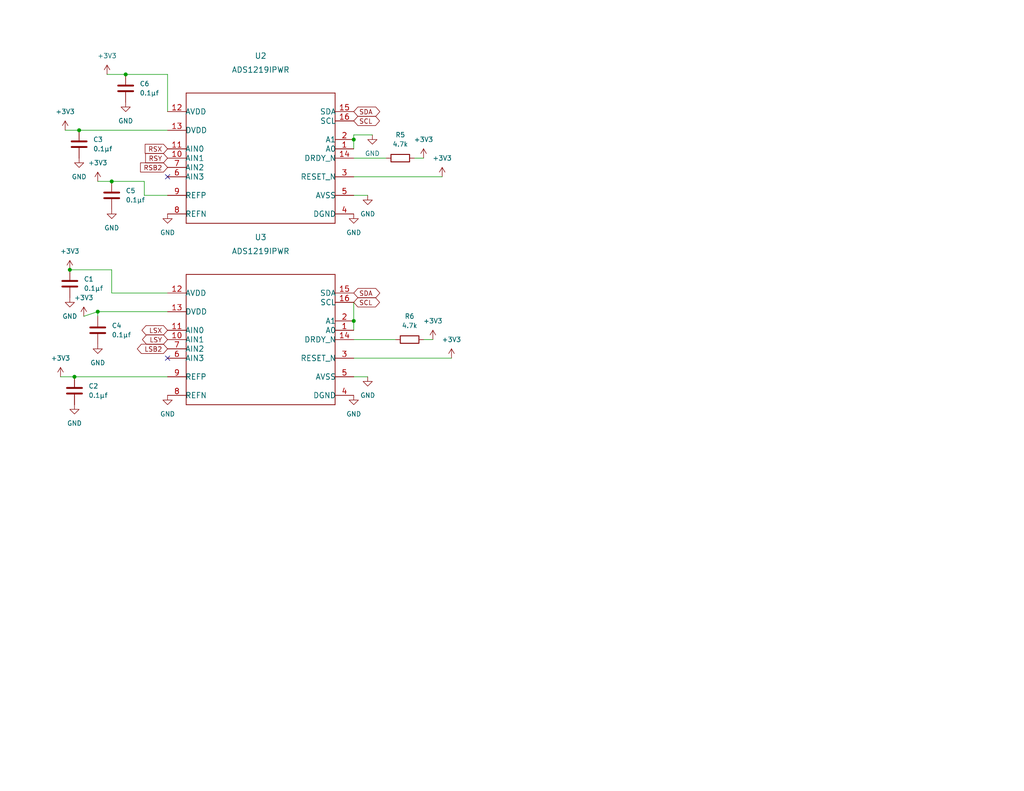
<source format=kicad_sch>
(kicad_sch (version 20211123) (generator eeschema)

  (uuid 9c528416-5111-471a-ab7c-a16f388a3fcf)

  (paper "A")

  (lib_symbols
    (symbol "Device:C" (pin_numbers hide) (pin_names (offset 0.254)) (in_bom yes) (on_board yes)
      (property "Reference" "C" (id 0) (at 0.635 2.54 0)
        (effects (font (size 1.27 1.27)) (justify left))
      )
      (property "Value" "C" (id 1) (at 0.635 -2.54 0)
        (effects (font (size 1.27 1.27)) (justify left))
      )
      (property "Footprint" "" (id 2) (at 0.9652 -3.81 0)
        (effects (font (size 1.27 1.27)) hide)
      )
      (property "Datasheet" "~" (id 3) (at 0 0 0)
        (effects (font (size 1.27 1.27)) hide)
      )
      (property "ki_keywords" "cap capacitor" (id 4) (at 0 0 0)
        (effects (font (size 1.27 1.27)) hide)
      )
      (property "ki_description" "Unpolarized capacitor" (id 5) (at 0 0 0)
        (effects (font (size 1.27 1.27)) hide)
      )
      (property "ki_fp_filters" "C_*" (id 6) (at 0 0 0)
        (effects (font (size 1.27 1.27)) hide)
      )
      (symbol "C_0_1"
        (polyline
          (pts
            (xy -2.032 -0.762)
            (xy 2.032 -0.762)
          )
          (stroke (width 0.508) (type default) (color 0 0 0 0))
          (fill (type none))
        )
        (polyline
          (pts
            (xy -2.032 0.762)
            (xy 2.032 0.762)
          )
          (stroke (width 0.508) (type default) (color 0 0 0 0))
          (fill (type none))
        )
      )
      (symbol "C_1_1"
        (pin passive line (at 0 3.81 270) (length 2.794)
          (name "~" (effects (font (size 1.27 1.27))))
          (number "1" (effects (font (size 1.27 1.27))))
        )
        (pin passive line (at 0 -3.81 90) (length 2.794)
          (name "~" (effects (font (size 1.27 1.27))))
          (number "2" (effects (font (size 1.27 1.27))))
        )
      )
    )
    (symbol "Device:R" (pin_numbers hide) (pin_names (offset 0)) (in_bom yes) (on_board yes)
      (property "Reference" "R" (id 0) (at 2.032 0 90)
        (effects (font (size 1.27 1.27)))
      )
      (property "Value" "R" (id 1) (at 0 0 90)
        (effects (font (size 1.27 1.27)))
      )
      (property "Footprint" "" (id 2) (at -1.778 0 90)
        (effects (font (size 1.27 1.27)) hide)
      )
      (property "Datasheet" "~" (id 3) (at 0 0 0)
        (effects (font (size 1.27 1.27)) hide)
      )
      (property "ki_keywords" "R res resistor" (id 4) (at 0 0 0)
        (effects (font (size 1.27 1.27)) hide)
      )
      (property "ki_description" "Resistor" (id 5) (at 0 0 0)
        (effects (font (size 1.27 1.27)) hide)
      )
      (property "ki_fp_filters" "R_*" (id 6) (at 0 0 0)
        (effects (font (size 1.27 1.27)) hide)
      )
      (symbol "R_0_1"
        (rectangle (start -1.016 -2.54) (end 1.016 2.54)
          (stroke (width 0.254) (type default) (color 0 0 0 0))
          (fill (type none))
        )
      )
      (symbol "R_1_1"
        (pin passive line (at 0 3.81 270) (length 1.27)
          (name "~" (effects (font (size 1.27 1.27))))
          (number "1" (effects (font (size 1.27 1.27))))
        )
        (pin passive line (at 0 -3.81 90) (length 1.27)
          (name "~" (effects (font (size 1.27 1.27))))
          (number "2" (effects (font (size 1.27 1.27))))
        )
      )
    )
    (symbol "power:+3.3V" (power) (pin_names (offset 0)) (in_bom yes) (on_board yes)
      (property "Reference" "#PWR" (id 0) (at 0 -3.81 0)
        (effects (font (size 1.27 1.27)) hide)
      )
      (property "Value" "+3.3V" (id 1) (at 0 3.556 0)
        (effects (font (size 1.27 1.27)))
      )
      (property "Footprint" "" (id 2) (at 0 0 0)
        (effects (font (size 1.27 1.27)) hide)
      )
      (property "Datasheet" "" (id 3) (at 0 0 0)
        (effects (font (size 1.27 1.27)) hide)
      )
      (property "ki_keywords" "power-flag" (id 4) (at 0 0 0)
        (effects (font (size 1.27 1.27)) hide)
      )
      (property "ki_description" "Power symbol creates a global label with name \"+3.3V\"" (id 5) (at 0 0 0)
        (effects (font (size 1.27 1.27)) hide)
      )
      (symbol "+3.3V_0_1"
        (polyline
          (pts
            (xy -0.762 1.27)
            (xy 0 2.54)
          )
          (stroke (width 0) (type default) (color 0 0 0 0))
          (fill (type none))
        )
        (polyline
          (pts
            (xy 0 0)
            (xy 0 2.54)
          )
          (stroke (width 0) (type default) (color 0 0 0 0))
          (fill (type none))
        )
        (polyline
          (pts
            (xy 0 2.54)
            (xy 0.762 1.27)
          )
          (stroke (width 0) (type default) (color 0 0 0 0))
          (fill (type none))
        )
      )
      (symbol "+3.3V_1_1"
        (pin power_in line (at 0 0 90) (length 0) hide
          (name "+3V3" (effects (font (size 1.27 1.27))))
          (number "1" (effects (font (size 1.27 1.27))))
        )
      )
    )
    (symbol "power:GND" (power) (pin_names (offset 0)) (in_bom yes) (on_board yes)
      (property "Reference" "#PWR" (id 0) (at 0 -6.35 0)
        (effects (font (size 1.27 1.27)) hide)
      )
      (property "Value" "GND" (id 1) (at 0 -3.81 0)
        (effects (font (size 1.27 1.27)))
      )
      (property "Footprint" "" (id 2) (at 0 0 0)
        (effects (font (size 1.27 1.27)) hide)
      )
      (property "Datasheet" "" (id 3) (at 0 0 0)
        (effects (font (size 1.27 1.27)) hide)
      )
      (property "ki_keywords" "power-flag" (id 4) (at 0 0 0)
        (effects (font (size 1.27 1.27)) hide)
      )
      (property "ki_description" "Power symbol creates a global label with name \"GND\" , ground" (id 5) (at 0 0 0)
        (effects (font (size 1.27 1.27)) hide)
      )
      (symbol "GND_0_1"
        (polyline
          (pts
            (xy 0 0)
            (xy 0 -1.27)
            (xy 1.27 -1.27)
            (xy 0 -2.54)
            (xy -1.27 -1.27)
            (xy 0 -1.27)
          )
          (stroke (width 0) (type default) (color 0 0 0 0))
          (fill (type none))
        )
      )
      (symbol "GND_1_1"
        (pin power_in line (at 0 0 270) (length 0) hide
          (name "GND" (effects (font (size 1.27 1.27))))
          (number "1" (effects (font (size 1.27 1.27))))
        )
      )
    )
    (symbol "ul_ADS1219IPWR:ADS1219IPWR" (pin_names (offset -0.254)) (in_bom yes) (on_board yes)
      (property "Reference" "U" (id 0) (at 0 2.54 0)
        (effects (font (size 1.524 1.524)))
      )
      (property "Value" "ADS1219IPWR" (id 1) (at 0 0 0)
        (effects (font (size 1.524 1.524)))
      )
      (property "Footprint" "ul_ADS1219IPWR:ADS1219IPWR" (id 2) (at 0 -1.524 0)
        (effects (font (size 1.524 1.524)) hide)
      )
      (property "Datasheet" "https://www.ti.com/lit/ds/symlink/ads1219.pdf?ts=1653623511772&ref_url=https%253A%252F%252Fwww.ti.com%252Fproduct%252FADS1219%253FkeyMatch%253DADS1219%2526tisearch%253Dsearch-everything%2526usecase%253DGPN" (id 3) (at 0 0 0)
        (effects (font (size 1.524 1.524)))
      )
      (property "ki_fp_filters" "PW0016A_N PW0016A_M PW0016A_L" (id 4) (at 0 0 0)
        (effects (font (size 1.27 1.27)) hide)
      )
      (symbol "ADS1219IPWR_1_1"
        (polyline
          (pts
            (xy -20.32 -17.78)
            (xy 20.32 -17.78)
          )
          (stroke (width 0.2032) (type default) (color 0 0 0 0))
          (fill (type none))
        )
        (polyline
          (pts
            (xy -20.32 17.78)
            (xy -20.32 -17.78)
          )
          (stroke (width 0.2032) (type default) (color 0 0 0 0))
          (fill (type none))
        )
        (polyline
          (pts
            (xy 20.32 -17.78)
            (xy 20.32 17.78)
          )
          (stroke (width 0.2032) (type default) (color 0 0 0 0))
          (fill (type none))
        )
        (polyline
          (pts
            (xy 20.32 17.78)
            (xy -20.32 17.78)
          )
          (stroke (width 0.2032) (type default) (color 0 0 0 0))
          (fill (type none))
        )
        (pin input line (at 25.4 2.54 180) (length 5.08)
          (name "A0" (effects (font (size 1.4986 1.4986))))
          (number "1" (effects (font (size 1.4986 1.4986))))
        )
        (pin input line (at -25.4 0 0) (length 5.08)
          (name "AIN1" (effects (font (size 1.4986 1.4986))))
          (number "10" (effects (font (size 1.4986 1.4986))))
        )
        (pin input line (at -25.4 2.54 0) (length 5.08)
          (name "AIN0" (effects (font (size 1.4986 1.4986))))
          (number "11" (effects (font (size 1.4986 1.4986))))
        )
        (pin power_in line (at -25.4 12.7 0) (length 5.08)
          (name "AVDD" (effects (font (size 1.4986 1.4986))))
          (number "12" (effects (font (size 1.4986 1.4986))))
        )
        (pin power_in line (at -25.4 7.62 0) (length 5.08)
          (name "DVDD" (effects (font (size 1.4986 1.4986))))
          (number "13" (effects (font (size 1.4986 1.4986))))
        )
        (pin output line (at 25.4 0 180) (length 5.08)
          (name "DRDY_N" (effects (font (size 1.4986 1.4986))))
          (number "14" (effects (font (size 1.4986 1.4986))))
        )
        (pin bidirectional line (at 25.4 12.7 180) (length 5.08)
          (name "SDA" (effects (font (size 1.4986 1.4986))))
          (number "15" (effects (font (size 1.4986 1.4986))))
        )
        (pin input line (at 25.4 10.16 180) (length 5.08)
          (name "SCL" (effects (font (size 1.4986 1.4986))))
          (number "16" (effects (font (size 1.4986 1.4986))))
        )
        (pin input line (at 25.4 5.08 180) (length 5.08)
          (name "A1" (effects (font (size 1.4986 1.4986))))
          (number "2" (effects (font (size 1.4986 1.4986))))
        )
        (pin input line (at 25.4 -5.08 180) (length 5.08)
          (name "RESET_N" (effects (font (size 1.4986 1.4986))))
          (number "3" (effects (font (size 1.4986 1.4986))))
        )
        (pin power_in line (at 25.4 -15.24 180) (length 5.08)
          (name "DGND" (effects (font (size 1.4986 1.4986))))
          (number "4" (effects (font (size 1.4986 1.4986))))
        )
        (pin power_in line (at 25.4 -10.16 180) (length 5.08)
          (name "AVSS" (effects (font (size 1.4986 1.4986))))
          (number "5" (effects (font (size 1.4986 1.4986))))
        )
        (pin input line (at -25.4 -5.08 0) (length 5.08)
          (name "AIN3" (effects (font (size 1.4986 1.4986))))
          (number "6" (effects (font (size 1.4986 1.4986))))
        )
        (pin input line (at -25.4 -2.54 0) (length 5.08)
          (name "AIN2" (effects (font (size 1.4986 1.4986))))
          (number "7" (effects (font (size 1.4986 1.4986))))
        )
        (pin input line (at -25.4 -15.24 0) (length 5.08)
          (name "REFN" (effects (font (size 1.4986 1.4986))))
          (number "8" (effects (font (size 1.4986 1.4986))))
        )
        (pin input line (at -25.4 -10.16 0) (length 5.08)
          (name "REFP" (effects (font (size 1.4986 1.4986))))
          (number "9" (effects (font (size 1.4986 1.4986))))
        )
      )
    )
  )

  (junction (at 96.52 87.63) (diameter 0) (color 0 0 0 0)
    (uuid 0e9d0f76-78dc-4f51-8e79-5e0b0409548c)
  )
  (junction (at 30.48 49.53) (diameter 0) (color 0 0 0 0)
    (uuid 1a455200-d5fb-4474-997d-59892a90a5aa)
  )
  (junction (at 96.52 38.1) (diameter 0) (color 0 0 0 0)
    (uuid 1d0e6555-7c5b-4a3f-9b72-a2006a57d2cb)
  )
  (junction (at 20.32 102.87) (diameter 0) (color 0 0 0 0)
    (uuid 3c56250a-f73c-47d2-81be-246bf8472345)
  )
  (junction (at 34.29 20.32) (diameter 0) (color 0 0 0 0)
    (uuid 4cabed23-fbdf-47e6-8ad2-3843ab6fcbfb)
  )
  (junction (at 21.59 35.56) (diameter 0) (color 0 0 0 0)
    (uuid a368a744-2891-4985-a110-bed785d76849)
  )
  (junction (at 26.67 85.09) (diameter 0) (color 0 0 0 0)
    (uuid b1fa3cc9-0fbb-4ae9-9911-8f9e53e817ba)
  )
  (junction (at 19.05 73.66) (diameter 0) (color 0 0 0 0)
    (uuid cc2333f8-23a1-4a01-8df3-2f2a2d3776cf)
  )

  (no_connect (at 45.72 48.26) (uuid 90b827e9-9541-4207-98a7-3c7bb65010f2))
  (no_connect (at 45.72 97.79) (uuid 90b827e9-9541-4207-98a7-3c7bb65010f3))

  (wire (pts (xy 45.72 53.34) (xy 39.37 53.34))
    (stroke (width 0) (type default) (color 0 0 0 0))
    (uuid 0374bfec-437f-4241-93f3-6617329402ab)
  )
  (wire (pts (xy 26.67 85.09) (xy 26.67 86.36))
    (stroke (width 0) (type default) (color 0 0 0 0))
    (uuid 040db78f-2988-4c3b-9bc4-0388d2149355)
  )
  (wire (pts (xy 30.48 73.66) (xy 19.05 73.66))
    (stroke (width 0) (type default) (color 0 0 0 0))
    (uuid 0e258378-9662-40df-8834-68f755623d45)
  )
  (wire (pts (xy 96.52 38.1) (xy 96.52 36.83))
    (stroke (width 0) (type default) (color 0 0 0 0))
    (uuid 0fe910b6-b9be-496a-950e-8611f1958d38)
  )
  (wire (pts (xy 96.52 92.71) (xy 107.95 92.71))
    (stroke (width 0) (type default) (color 0 0 0 0))
    (uuid 15dca0a4-35b9-449d-a270-9637ac0b5345)
  )
  (wire (pts (xy 45.72 20.32) (xy 45.72 30.48))
    (stroke (width 0) (type default) (color 0 0 0 0))
    (uuid 2010ddde-855e-4b34-a14a-8491fc56d878)
  )
  (wire (pts (xy 16.51 102.87) (xy 20.32 102.87))
    (stroke (width 0) (type default) (color 0 0 0 0))
    (uuid 2f78edd0-29cd-4757-a15c-bda41735f818)
  )
  (wire (pts (xy 26.67 49.53) (xy 30.48 49.53))
    (stroke (width 0) (type default) (color 0 0 0 0))
    (uuid 38b73333-85af-42df-bcad-62f5b5129c25)
  )
  (wire (pts (xy 100.33 53.34) (xy 96.52 53.34))
    (stroke (width 0) (type default) (color 0 0 0 0))
    (uuid 3fb077e0-dbe3-46e9-b578-05e3b59f5be7)
  )
  (wire (pts (xy 30.48 80.01) (xy 30.48 73.66))
    (stroke (width 0) (type default) (color 0 0 0 0))
    (uuid 4f285710-cc36-40f8-9fe1-0c1ce18af598)
  )
  (wire (pts (xy 22.86 86.36) (xy 26.67 85.09))
    (stroke (width 0) (type default) (color 0 0 0 0))
    (uuid 567320cf-abac-44f1-93fa-9cbb6b2022ba)
  )
  (wire (pts (xy 39.37 49.53) (xy 30.48 49.53))
    (stroke (width 0) (type default) (color 0 0 0 0))
    (uuid 7e3c4ab3-72d3-4fc3-8bdd-ae6816761138)
  )
  (wire (pts (xy 120.65 48.26) (xy 96.52 48.26))
    (stroke (width 0) (type default) (color 0 0 0 0))
    (uuid 8250dded-02c5-494d-a5fe-58effae706ae)
  )
  (wire (pts (xy 96.52 38.1) (xy 96.52 40.64))
    (stroke (width 0) (type default) (color 0 0 0 0))
    (uuid 8a583207-3173-4a85-bb4f-0d62dfa0bc6a)
  )
  (wire (pts (xy 96.52 87.63) (xy 96.52 90.17))
    (stroke (width 0) (type default) (color 0 0 0 0))
    (uuid 8fc9acc9-d38f-4549-89e1-ae123468c14c)
  )
  (wire (pts (xy 17.78 35.56) (xy 21.59 35.56))
    (stroke (width 0) (type default) (color 0 0 0 0))
    (uuid a0571dca-ccad-4ccd-8710-97566b207e87)
  )
  (wire (pts (xy 96.52 36.83) (xy 101.6 36.83))
    (stroke (width 0) (type default) (color 0 0 0 0))
    (uuid a5802799-40f3-4076-9db1-fc77f7b1a7a2)
  )
  (wire (pts (xy 96.52 82.55) (xy 96.52 87.63))
    (stroke (width 0) (type default) (color 0 0 0 0))
    (uuid a6f70b7b-0aea-4e25-b975-437d4b6dcfbd)
  )
  (wire (pts (xy 105.41 43.18) (xy 96.52 43.18))
    (stroke (width 0) (type default) (color 0 0 0 0))
    (uuid a84a863d-bdbe-49c5-814a-f05371816879)
  )
  (wire (pts (xy 20.32 102.87) (xy 45.72 102.87))
    (stroke (width 0) (type default) (color 0 0 0 0))
    (uuid ae605654-1b81-4dde-a8a5-a89314833d1a)
  )
  (wire (pts (xy 45.72 80.01) (xy 30.48 80.01))
    (stroke (width 0) (type default) (color 0 0 0 0))
    (uuid bb9ace9b-aae3-477a-9c7d-d953e304ed1e)
  )
  (wire (pts (xy 29.21 20.32) (xy 34.29 20.32))
    (stroke (width 0) (type default) (color 0 0 0 0))
    (uuid bbfb50ee-6d20-4b6d-8fba-90009b6563ab)
  )
  (wire (pts (xy 21.59 35.56) (xy 45.72 35.56))
    (stroke (width 0) (type default) (color 0 0 0 0))
    (uuid c08d9968-163c-4b5d-b1f3-2a368269013c)
  )
  (wire (pts (xy 115.57 92.71) (xy 118.11 92.71))
    (stroke (width 0) (type default) (color 0 0 0 0))
    (uuid c5afb62b-f56d-4584-8413-b61f23e927f7)
  )
  (wire (pts (xy 115.57 43.18) (xy 113.03 43.18))
    (stroke (width 0) (type default) (color 0 0 0 0))
    (uuid c623265e-8a37-41fa-9e59-0b492939e895)
  )
  (wire (pts (xy 39.37 53.34) (xy 39.37 49.53))
    (stroke (width 0) (type default) (color 0 0 0 0))
    (uuid cca815e8-15d2-42d7-8846-52085fd21b45)
  )
  (wire (pts (xy 26.67 85.09) (xy 45.72 85.09))
    (stroke (width 0) (type default) (color 0 0 0 0))
    (uuid e222a68d-d9da-4bea-9bca-ba376bfc4909)
  )
  (wire (pts (xy 34.29 20.32) (xy 45.72 20.32))
    (stroke (width 0) (type default) (color 0 0 0 0))
    (uuid ea0fc165-8f8c-4cdd-8a3a-ab54e7a084a3)
  )
  (wire (pts (xy 96.52 97.79) (xy 123.19 97.79))
    (stroke (width 0) (type default) (color 0 0 0 0))
    (uuid f17f9267-2440-4cd8-a6d0-c4c7fd563438)
  )
  (wire (pts (xy 100.33 102.87) (xy 96.52 102.87))
    (stroke (width 0) (type default) (color 0 0 0 0))
    (uuid fb4543ee-1ba5-468f-9732-db19ccf15cbe)
  )

  (global_label "LSY" (shape bidirectional) (at 45.72 92.71 180) (fields_autoplaced)
    (effects (font (size 1.27 1.27)) (justify right))
    (uuid 50781bb8-268a-4449-9f49-e1164e0fdbac)
    (property "Intersheet References" "${INTERSHEET_REFS}" (id 0) (at 39.9807 92.6306 0)
      (effects (font (size 1.27 1.27)) (justify right) hide)
    )
  )
  (global_label "SCL" (shape bidirectional) (at 96.52 33.02 0) (fields_autoplaced)
    (effects (font (size 1.27 1.27)) (justify left))
    (uuid 673182fc-b163-4ed7-a797-77836ff69070)
    (property "Intersheet References" "${INTERSHEET_REFS}" (id 0) (at 102.4407 32.9406 0)
      (effects (font (size 1.27 1.27)) (justify left) hide)
    )
  )
  (global_label "RSB2" (shape input) (at 45.72 45.72 180) (fields_autoplaced)
    (effects (font (size 1.27 1.27)) (justify right))
    (uuid 68070699-6007-4aa8-9dbd-88d543f7e063)
    (property "Intersheet References" "${INTERSHEET_REFS}" (id 0) (at 38.3479 45.6406 0)
      (effects (font (size 1.27 1.27)) (justify right) hide)
    )
  )
  (global_label "SCL" (shape bidirectional) (at 96.52 82.55 0) (fields_autoplaced)
    (effects (font (size 1.27 1.27)) (justify left))
    (uuid 7e7cb64b-4e87-400c-86ef-7f595a6ff1a9)
    (property "Intersheet References" "${INTERSHEET_REFS}" (id 0) (at 102.4407 82.4706 0)
      (effects (font (size 1.27 1.27)) (justify left) hide)
    )
  )
  (global_label "LSX" (shape bidirectional) (at 45.72 90.17 180) (fields_autoplaced)
    (effects (font (size 1.27 1.27)) (justify right))
    (uuid 87b0fda0-f9ee-40d2-9515-5bcd6e0c91aa)
    (property "Intersheet References" "${INTERSHEET_REFS}" (id 0) (at 39.8598 90.0906 0)
      (effects (font (size 1.27 1.27)) (justify right) hide)
    )
  )
  (global_label "LSB2" (shape bidirectional) (at 45.72 95.25 180) (fields_autoplaced)
    (effects (font (size 1.27 1.27)) (justify right))
    (uuid 8846d23e-4e13-4296-975a-3275e034ee4c)
    (property "Intersheet References" "${INTERSHEET_REFS}" (id 0) (at 38.5898 95.1706 0)
      (effects (font (size 1.27 1.27)) (justify right) hide)
    )
  )
  (global_label "SDA" (shape bidirectional) (at 96.52 30.48 0) (fields_autoplaced)
    (effects (font (size 1.27 1.27)) (justify left))
    (uuid 9b9905e2-2297-45fd-babd-069c848ab900)
    (property "Intersheet References" "${INTERSHEET_REFS}" (id 0) (at 102.5012 30.4006 0)
      (effects (font (size 1.27 1.27)) (justify left) hide)
    )
  )
  (global_label "RSX" (shape input) (at 45.72 40.64 180) (fields_autoplaced)
    (effects (font (size 1.27 1.27)) (justify right))
    (uuid b9afa696-a99b-4b39-9b74-d7d97a602a2c)
    (property "Intersheet References" "${INTERSHEET_REFS}" (id 0) (at 39.6179 40.5606 0)
      (effects (font (size 1.27 1.27)) (justify right) hide)
    )
  )
  (global_label "SDA" (shape bidirectional) (at 96.52 80.01 0) (fields_autoplaced)
    (effects (font (size 1.27 1.27)) (justify left))
    (uuid c006abfb-d142-43cb-86aa-241a075382ce)
    (property "Intersheet References" "${INTERSHEET_REFS}" (id 0) (at 102.5012 79.9306 0)
      (effects (font (size 1.27 1.27)) (justify left) hide)
    )
  )
  (global_label "RSY" (shape input) (at 45.72 43.18 180) (fields_autoplaced)
    (effects (font (size 1.27 1.27)) (justify right))
    (uuid da9e5d1f-f040-4bb5-9aa6-f5e6801d19b1)
    (property "Intersheet References" "${INTERSHEET_REFS}" (id 0) (at 39.7388 43.1006 0)
      (effects (font (size 1.27 1.27)) (justify right) hide)
    )
  )

  (symbol (lib_id "power:+3.3V") (at 17.78 35.56 0) (unit 1)
    (in_bom yes) (on_board yes) (fields_autoplaced)
    (uuid 0189ff95-a618-41ef-8994-5ce933982ac3)
    (property "Reference" "#PWR023" (id 0) (at 17.78 39.37 0)
      (effects (font (size 1.27 1.27)) hide)
    )
    (property "Value" "+3.3V" (id 1) (at 17.78 30.48 0))
    (property "Footprint" "" (id 2) (at 17.78 35.56 0)
      (effects (font (size 1.27 1.27)) hide)
    )
    (property "Datasheet" "" (id 3) (at 17.78 35.56 0)
      (effects (font (size 1.27 1.27)) hide)
    )
    (pin "1" (uuid 46ce0cbc-24ce-4c48-8c75-dba888f5d2ba))
  )

  (symbol (lib_id "power:GND") (at 96.52 58.42 0) (unit 1)
    (in_bom yes) (on_board yes) (fields_autoplaced)
    (uuid 0c6b6817-eab0-4561-baad-01ecf38355a6)
    (property "Reference" "#PWR036" (id 0) (at 96.52 64.77 0)
      (effects (font (size 1.27 1.27)) hide)
    )
    (property "Value" "GND" (id 1) (at 96.52 63.5 0))
    (property "Footprint" "" (id 2) (at 96.52 58.42 0)
      (effects (font (size 1.27 1.27)) hide)
    )
    (property "Datasheet" "" (id 3) (at 96.52 58.42 0)
      (effects (font (size 1.27 1.27)) hide)
    )
    (pin "1" (uuid 015c166b-b522-402f-bea4-35add89a1c88))
  )

  (symbol (lib_id "ul_ADS1219IPWR:ADS1219IPWR") (at 71.12 92.71 0) (unit 1)
    (in_bom yes) (on_board yes) (fields_autoplaced)
    (uuid 11d8f540-8518-4f5b-9b8c-767f33312271)
    (property "Reference" "U3" (id 0) (at 71.12 64.77 0)
      (effects (font (size 1.524 1.524)))
    )
    (property "Value" "ADS1219IPWR" (id 1) (at 71.12 68.58 0)
      (effects (font (size 1.524 1.524)))
    )
    (property "Footprint" "ul_ADS1219IPWR:ADS1219IPWR" (id 2) (at 71.12 94.234 0)
      (effects (font (size 1.524 1.524)) hide)
    )
    (property "Datasheet" "https://www.ti.com/lit/ds/symlink/ads1219.pdf?ts=1653623511772&ref_url=https%253A%252F%252Fwww.ti.com%252Fproduct%252FADS1219%253FkeyMatch%253DADS1219%2526tisearch%253Dsearch-everything%2526usecase%253DGPN" (id 3) (at 71.12 72.39 0)
      (effects (font (size 1.524 1.524)) hide)
    )
    (pin "1" (uuid 3c89c98a-f703-4b46-b3bb-88abaa4a65fb))
    (pin "10" (uuid a5d98e31-13e4-4616-ab33-06052b5c95e4))
    (pin "11" (uuid d56abbd3-cd71-4577-aa79-51a6579e4731))
    (pin "12" (uuid b014ef94-613d-4444-a1ea-f50db63a7812))
    (pin "13" (uuid 9e70333f-243b-46c7-9177-85ca170d8138))
    (pin "14" (uuid 661d4f79-e028-454e-a591-946b6dec0997))
    (pin "15" (uuid 76eb214a-9cd2-4bca-ae39-a4a35169c769))
    (pin "16" (uuid 3d617016-e0ed-4e95-b2e5-f7ac97b57b44))
    (pin "2" (uuid 0bdd4db1-c22b-4418-bb33-580dab99cd27))
    (pin "3" (uuid 756ff32e-8f5c-4746-85fd-d0b49ed1daeb))
    (pin "4" (uuid 2e5d7da4-45fc-4dc6-a561-826094c58ac4))
    (pin "5" (uuid 0dc65794-1da5-4a8d-b803-712ea7afd6a7))
    (pin "6" (uuid baf4905b-df98-4756-9bfa-1ee573320b07))
    (pin "7" (uuid 56d5ef02-6225-40ca-b48d-80597cb6618f))
    (pin "8" (uuid 47d4b000-f696-4220-8e46-56f2f853601c))
    (pin "9" (uuid 1d6760da-974a-48fd-b51b-9299343c566f))
  )

  (symbol (lib_id "power:+3.3V") (at 123.19 97.79 0) (unit 1)
    (in_bom yes) (on_board yes) (fields_autoplaced)
    (uuid 1293c9ca-39c3-40a4-968e-9851e215e053)
    (property "Reference" "#PWR044" (id 0) (at 123.19 101.6 0)
      (effects (font (size 1.27 1.27)) hide)
    )
    (property "Value" "+3.3V" (id 1) (at 123.19 92.71 0))
    (property "Footprint" "" (id 2) (at 123.19 97.79 0)
      (effects (font (size 1.27 1.27)) hide)
    )
    (property "Datasheet" "" (id 3) (at 123.19 97.79 0)
      (effects (font (size 1.27 1.27)) hide)
    )
    (pin "1" (uuid 08efbebc-cb7c-4295-ae72-69d9d38ec23e))
  )

  (symbol (lib_id "power:GND") (at 45.72 58.42 0) (unit 1)
    (in_bom yes) (on_board yes) (fields_autoplaced)
    (uuid 129f8874-2329-4795-952c-430ecdb56e14)
    (property "Reference" "#PWR034" (id 0) (at 45.72 64.77 0)
      (effects (font (size 1.27 1.27)) hide)
    )
    (property "Value" "GND" (id 1) (at 45.72 63.5 0))
    (property "Footprint" "" (id 2) (at 45.72 58.42 0)
      (effects (font (size 1.27 1.27)) hide)
    )
    (property "Datasheet" "" (id 3) (at 45.72 58.42 0)
      (effects (font (size 1.27 1.27)) hide)
    )
    (pin "1" (uuid 4ec6a491-09af-4c5a-9c5d-926fb1d5a61d))
  )

  (symbol (lib_id "Device:C") (at 21.59 39.37 0) (unit 1)
    (in_bom yes) (on_board yes) (fields_autoplaced)
    (uuid 1f1e7d49-520a-40fe-8995-42fa6f2b7090)
    (property "Reference" "C3" (id 0) (at 25.4 38.0999 0)
      (effects (font (size 1.27 1.27)) (justify left))
    )
    (property "Value" "0.1μf" (id 1) (at 25.4 40.6399 0)
      (effects (font (size 1.27 1.27)) (justify left))
    )
    (property "Footprint" "Capacitor_SMD:C_0805_2012Metric_Pad1.18x1.45mm_HandSolder" (id 2) (at 22.5552 43.18 0)
      (effects (font (size 1.27 1.27)) hide)
    )
    (property "Datasheet" "~" (id 3) (at 21.59 39.37 0)
      (effects (font (size 1.27 1.27)) hide)
    )
    (pin "1" (uuid ea1a4ad1-928c-42fa-89b0-a18ae592bc4c))
    (pin "2" (uuid bc721ba9-1606-4b1b-ad74-8ed89c217a84))
  )

  (symbol (lib_id "power:+3.3V") (at 29.21 20.32 0) (unit 1)
    (in_bom yes) (on_board yes) (fields_autoplaced)
    (uuid 24e78f4a-8db8-4c4e-9dcd-f7fe45fa9755)
    (property "Reference" "#PWR031" (id 0) (at 29.21 24.13 0)
      (effects (font (size 1.27 1.27)) hide)
    )
    (property "Value" "+3.3V" (id 1) (at 29.21 15.24 0))
    (property "Footprint" "" (id 2) (at 29.21 20.32 0)
      (effects (font (size 1.27 1.27)) hide)
    )
    (property "Datasheet" "" (id 3) (at 29.21 20.32 0)
      (effects (font (size 1.27 1.27)) hide)
    )
    (pin "1" (uuid 6934411c-ebcf-49fc-98af-2c9c6385aacf))
  )

  (symbol (lib_id "power:+3.3V") (at 16.51 102.87 0) (unit 1)
    (in_bom yes) (on_board yes) (fields_autoplaced)
    (uuid 26426ba8-776e-43f0-bc71-ef23ab10144e)
    (property "Reference" "#PWR022" (id 0) (at 16.51 106.68 0)
      (effects (font (size 1.27 1.27)) hide)
    )
    (property "Value" "+3.3V" (id 1) (at 16.51 97.79 0))
    (property "Footprint" "" (id 2) (at 16.51 102.87 0)
      (effects (font (size 1.27 1.27)) hide)
    )
    (property "Datasheet" "" (id 3) (at 16.51 102.87 0)
      (effects (font (size 1.27 1.27)) hide)
    )
    (pin "1" (uuid ffb19355-5cf1-4038-b219-e75b5f193926))
  )

  (symbol (lib_id "Device:C") (at 19.05 77.47 0) (unit 1)
    (in_bom yes) (on_board yes) (fields_autoplaced)
    (uuid 278bcefb-120a-4ac4-93ab-e4e93deb5eb6)
    (property "Reference" "C1" (id 0) (at 22.86 76.1999 0)
      (effects (font (size 1.27 1.27)) (justify left))
    )
    (property "Value" "0.1μf" (id 1) (at 22.86 78.7399 0)
      (effects (font (size 1.27 1.27)) (justify left))
    )
    (property "Footprint" "Capacitor_SMD:C_0805_2012Metric_Pad1.18x1.45mm_HandSolder" (id 2) (at 20.0152 81.28 0)
      (effects (font (size 1.27 1.27)) hide)
    )
    (property "Datasheet" "~" (id 3) (at 19.05 77.47 0)
      (effects (font (size 1.27 1.27)) hide)
    )
    (pin "1" (uuid fd4ac81d-c9f3-447d-80f4-bf88f6e5284f))
    (pin "2" (uuid 98213741-0a40-4f9a-b9bc-56ba59c00c59))
  )

  (symbol (lib_id "Device:C") (at 20.32 106.68 0) (unit 1)
    (in_bom yes) (on_board yes) (fields_autoplaced)
    (uuid 29cc5d04-7c5a-4b75-b6f8-b7a9aa8cb469)
    (property "Reference" "C2" (id 0) (at 24.13 105.4099 0)
      (effects (font (size 1.27 1.27)) (justify left))
    )
    (property "Value" "0.1μf" (id 1) (at 24.13 107.9499 0)
      (effects (font (size 1.27 1.27)) (justify left))
    )
    (property "Footprint" "Capacitor_SMD:C_0805_2012Metric_Pad1.18x1.45mm_HandSolder" (id 2) (at 21.2852 110.49 0)
      (effects (font (size 1.27 1.27)) hide)
    )
    (property "Datasheet" "~" (id 3) (at 20.32 106.68 0)
      (effects (font (size 1.27 1.27)) hide)
    )
    (pin "1" (uuid af218b6d-8102-4615-9b13-9bf69d3b4b7e))
    (pin "2" (uuid 1edc4c26-a040-45f0-8a33-dcc4900e09b3))
  )

  (symbol (lib_id "power:GND") (at 19.05 81.28 0) (unit 1)
    (in_bom yes) (on_board yes) (fields_autoplaced)
    (uuid 32f07d08-56a7-4aeb-b8a5-173834eb7451)
    (property "Reference" "#PWR025" (id 0) (at 19.05 87.63 0)
      (effects (font (size 1.27 1.27)) hide)
    )
    (property "Value" "GND" (id 1) (at 19.05 86.36 0))
    (property "Footprint" "" (id 2) (at 19.05 81.28 0)
      (effects (font (size 1.27 1.27)) hide)
    )
    (property "Datasheet" "" (id 3) (at 19.05 81.28 0)
      (effects (font (size 1.27 1.27)) hide)
    )
    (pin "1" (uuid eaf2e222-49c6-4776-acec-4261ab40cdd8))
  )

  (symbol (lib_id "power:GND") (at 96.52 107.95 0) (unit 1)
    (in_bom yes) (on_board yes) (fields_autoplaced)
    (uuid 33f3de05-e0f6-459c-b83f-951f81d924fd)
    (property "Reference" "#PWR037" (id 0) (at 96.52 114.3 0)
      (effects (font (size 1.27 1.27)) hide)
    )
    (property "Value" "GND" (id 1) (at 96.52 113.03 0))
    (property "Footprint" "" (id 2) (at 96.52 107.95 0)
      (effects (font (size 1.27 1.27)) hide)
    )
    (property "Datasheet" "" (id 3) (at 96.52 107.95 0)
      (effects (font (size 1.27 1.27)) hide)
    )
    (pin "1" (uuid 0e431340-fb09-4c40-b8e5-91bf95265168))
  )

  (symbol (lib_id "power:+3.3V") (at 19.05 73.66 0) (unit 1)
    (in_bom yes) (on_board yes) (fields_autoplaced)
    (uuid 486d7b36-d7dc-4282-ad54-acb4343f53af)
    (property "Reference" "#PWR024" (id 0) (at 19.05 77.47 0)
      (effects (font (size 1.27 1.27)) hide)
    )
    (property "Value" "+3.3V" (id 1) (at 19.05 68.58 0))
    (property "Footprint" "" (id 2) (at 19.05 73.66 0)
      (effects (font (size 1.27 1.27)) hide)
    )
    (property "Datasheet" "" (id 3) (at 19.05 73.66 0)
      (effects (font (size 1.27 1.27)) hide)
    )
    (pin "1" (uuid 29a46e3f-3745-4b64-95f7-d85f6cbe3551))
  )

  (symbol (lib_id "power:GND") (at 100.33 53.34 0) (unit 1)
    (in_bom yes) (on_board yes) (fields_autoplaced)
    (uuid 4c7c24d6-6d5b-49e6-bf2e-da7d3ae43938)
    (property "Reference" "#PWR038" (id 0) (at 100.33 59.69 0)
      (effects (font (size 1.27 1.27)) hide)
    )
    (property "Value" "GND" (id 1) (at 100.33 58.42 0))
    (property "Footprint" "" (id 2) (at 100.33 53.34 0)
      (effects (font (size 1.27 1.27)) hide)
    )
    (property "Datasheet" "" (id 3) (at 100.33 53.34 0)
      (effects (font (size 1.27 1.27)) hide)
    )
    (pin "1" (uuid 5e1f0237-1035-4667-9d56-6b988f4c8261))
  )

  (symbol (lib_id "ul_ADS1219IPWR:ADS1219IPWR") (at 71.12 43.18 0) (unit 1)
    (in_bom yes) (on_board yes) (fields_autoplaced)
    (uuid 53784c4f-bdfc-4110-a6b8-8ebbc871183e)
    (property "Reference" "U2" (id 0) (at 71.12 15.24 0)
      (effects (font (size 1.524 1.524)))
    )
    (property "Value" "ADS1219IPWR" (id 1) (at 71.12 19.05 0)
      (effects (font (size 1.524 1.524)))
    )
    (property "Footprint" "ul_ADS1219IPWR:ADS1219IPWR" (id 2) (at 71.12 44.704 0)
      (effects (font (size 1.524 1.524)) hide)
    )
    (property "Datasheet" "https://www.ti.com/lit/ds/symlink/ads1219.pdf?ts=1653623511772&ref_url=https%253A%252F%252Fwww.ti.com%252Fproduct%252FADS1219%253FkeyMatch%253DADS1219%2526tisearch%253Dsearch-everything%2526usecase%253DGPN" (id 3) (at 71.12 22.86 0)
      (effects (font (size 1.524 1.524)) hide)
    )
    (pin "1" (uuid de58a765-6f8a-41d1-b0dc-51cb23b6bd51))
    (pin "10" (uuid 5cacf8fe-3d36-4d8a-a9ff-04f0dc1b34a1))
    (pin "11" (uuid c3140b1f-5ae7-43a5-b59e-0d32b8968e2e))
    (pin "12" (uuid ffeca029-0ae1-4ae8-bb86-f627bec16514))
    (pin "13" (uuid 53749497-c66c-4612-8d1b-d03bc53b9410))
    (pin "14" (uuid 23d782de-6eda-4cf0-9025-19659a2725ed))
    (pin "15" (uuid 26a4175a-7bbe-44fa-ade6-aa334d6d540d))
    (pin "16" (uuid 323dad52-8ac8-4a25-b328-72758b4b0e45))
    (pin "2" (uuid cd6efb55-010b-4225-a1a6-6c01c8053644))
    (pin "3" (uuid dae2af21-120a-4025-82e3-7e4506d22b6d))
    (pin "4" (uuid 09c18d6c-db6d-40b2-99c6-93d0d93148c4))
    (pin "5" (uuid cc64af88-089b-4035-80e2-5c6e6cb4d389))
    (pin "6" (uuid 41ab81e7-1990-43ad-aae5-1831603b9ec2))
    (pin "7" (uuid 22720a06-6074-47c8-9b48-ef22b3e68a5c))
    (pin "8" (uuid cb0cd750-b6c3-4a42-a98d-1c8a30ece7d7))
    (pin "9" (uuid 6783b9e8-8f38-415a-a53e-b7e6e27ac3ea))
  )

  (symbol (lib_id "power:GND") (at 21.59 43.18 0) (unit 1)
    (in_bom yes) (on_board yes) (fields_autoplaced)
    (uuid 7801d77f-5488-46ab-b4db-f2077acc2ccd)
    (property "Reference" "#PWR027" (id 0) (at 21.59 49.53 0)
      (effects (font (size 1.27 1.27)) hide)
    )
    (property "Value" "GND" (id 1) (at 21.59 48.26 0))
    (property "Footprint" "" (id 2) (at 21.59 43.18 0)
      (effects (font (size 1.27 1.27)) hide)
    )
    (property "Datasheet" "" (id 3) (at 21.59 43.18 0)
      (effects (font (size 1.27 1.27)) hide)
    )
    (pin "1" (uuid 22717530-2bad-4226-b0ce-3e13225f2578))
  )

  (symbol (lib_id "power:+3.3V") (at 26.67 49.53 0) (unit 1)
    (in_bom yes) (on_board yes) (fields_autoplaced)
    (uuid 7834091f-6686-48d8-a9f2-a3f9569ae484)
    (property "Reference" "#PWR029" (id 0) (at 26.67 53.34 0)
      (effects (font (size 1.27 1.27)) hide)
    )
    (property "Value" "+3.3V" (id 1) (at 26.67 44.45 0))
    (property "Footprint" "" (id 2) (at 26.67 49.53 0)
      (effects (font (size 1.27 1.27)) hide)
    )
    (property "Datasheet" "" (id 3) (at 26.67 49.53 0)
      (effects (font (size 1.27 1.27)) hide)
    )
    (pin "1" (uuid 285a521b-a67c-4db3-b763-88f3ceac9e60))
  )

  (symbol (lib_id "power:GND") (at 100.33 102.87 0) (unit 1)
    (in_bom yes) (on_board yes) (fields_autoplaced)
    (uuid 8310d7d7-944d-4aa8-915f-ac422b75ec8a)
    (property "Reference" "#PWR039" (id 0) (at 100.33 109.22 0)
      (effects (font (size 1.27 1.27)) hide)
    )
    (property "Value" "GND" (id 1) (at 100.33 107.95 0))
    (property "Footprint" "" (id 2) (at 100.33 102.87 0)
      (effects (font (size 1.27 1.27)) hide)
    )
    (property "Datasheet" "" (id 3) (at 100.33 102.87 0)
      (effects (font (size 1.27 1.27)) hide)
    )
    (pin "1" (uuid e523498c-79f7-40d8-901c-503c779076e4))
  )

  (symbol (lib_id "power:+3.3V") (at 118.11 92.71 0) (unit 1)
    (in_bom yes) (on_board yes) (fields_autoplaced)
    (uuid 87d52d17-50d0-487c-a964-eca4792a58c0)
    (property "Reference" "#PWR042" (id 0) (at 118.11 96.52 0)
      (effects (font (size 1.27 1.27)) hide)
    )
    (property "Value" "+3.3V" (id 1) (at 118.11 87.63 0))
    (property "Footprint" "" (id 2) (at 118.11 92.71 0)
      (effects (font (size 1.27 1.27)) hide)
    )
    (property "Datasheet" "" (id 3) (at 118.11 92.71 0)
      (effects (font (size 1.27 1.27)) hide)
    )
    (pin "1" (uuid 55876134-92ea-40e5-9f1e-7cc3471f24c6))
  )

  (symbol (lib_id "power:GND") (at 30.48 57.15 0) (unit 1)
    (in_bom yes) (on_board yes) (fields_autoplaced)
    (uuid 8b5a6959-d728-4ebf-bb85-f834f9afd5d0)
    (property "Reference" "#PWR032" (id 0) (at 30.48 63.5 0)
      (effects (font (size 1.27 1.27)) hide)
    )
    (property "Value" "GND" (id 1) (at 30.48 62.23 0))
    (property "Footprint" "" (id 2) (at 30.48 57.15 0)
      (effects (font (size 1.27 1.27)) hide)
    )
    (property "Datasheet" "" (id 3) (at 30.48 57.15 0)
      (effects (font (size 1.27 1.27)) hide)
    )
    (pin "1" (uuid 8733f748-e3e6-4586-9272-2838d6629685))
  )

  (symbol (lib_id "power:+3.3V") (at 22.86 86.36 0) (unit 1)
    (in_bom yes) (on_board yes) (fields_autoplaced)
    (uuid 8c0ec87b-2460-41d4-97ff-bbdd8ea534d9)
    (property "Reference" "#PWR028" (id 0) (at 22.86 90.17 0)
      (effects (font (size 1.27 1.27)) hide)
    )
    (property "Value" "+3.3V" (id 1) (at 22.86 81.28 0))
    (property "Footprint" "" (id 2) (at 22.86 86.36 0)
      (effects (font (size 1.27 1.27)) hide)
    )
    (property "Datasheet" "" (id 3) (at 22.86 86.36 0)
      (effects (font (size 1.27 1.27)) hide)
    )
    (pin "1" (uuid 4b265541-021a-46c8-a568-d212bd683786))
  )

  (symbol (lib_id "power:GND") (at 101.6 36.83 0) (unit 1)
    (in_bom yes) (on_board yes) (fields_autoplaced)
    (uuid 8e5d8f5e-12fa-483d-accd-9569be890caf)
    (property "Reference" "#PWR040" (id 0) (at 101.6 43.18 0)
      (effects (font (size 1.27 1.27)) hide)
    )
    (property "Value" "GND" (id 1) (at 101.6 41.91 0))
    (property "Footprint" "" (id 2) (at 101.6 36.83 0)
      (effects (font (size 1.27 1.27)) hide)
    )
    (property "Datasheet" "" (id 3) (at 101.6 36.83 0)
      (effects (font (size 1.27 1.27)) hide)
    )
    (pin "1" (uuid b7b0e257-7400-4657-9385-d834975f2789))
  )

  (symbol (lib_id "power:+3.3V") (at 115.57 43.18 0) (unit 1)
    (in_bom yes) (on_board yes) (fields_autoplaced)
    (uuid 9f77c774-14b7-494b-a5d0-4196b634ba29)
    (property "Reference" "#PWR041" (id 0) (at 115.57 46.99 0)
      (effects (font (size 1.27 1.27)) hide)
    )
    (property "Value" "+3.3V" (id 1) (at 115.57 38.1 0))
    (property "Footprint" "" (id 2) (at 115.57 43.18 0)
      (effects (font (size 1.27 1.27)) hide)
    )
    (property "Datasheet" "" (id 3) (at 115.57 43.18 0)
      (effects (font (size 1.27 1.27)) hide)
    )
    (pin "1" (uuid 5a264db4-d19d-40de-96a8-03c7d6a4ce04))
  )

  (symbol (lib_id "power:GND") (at 34.29 27.94 0) (unit 1)
    (in_bom yes) (on_board yes) (fields_autoplaced)
    (uuid ae15ede7-c810-41f2-b8aa-3634da6a9118)
    (property "Reference" "#PWR033" (id 0) (at 34.29 34.29 0)
      (effects (font (size 1.27 1.27)) hide)
    )
    (property "Value" "GND" (id 1) (at 34.29 33.02 0))
    (property "Footprint" "" (id 2) (at 34.29 27.94 0)
      (effects (font (size 1.27 1.27)) hide)
    )
    (property "Datasheet" "" (id 3) (at 34.29 27.94 0)
      (effects (font (size 1.27 1.27)) hide)
    )
    (pin "1" (uuid 4eebc427-6600-4146-9f18-10a215c823f4))
  )

  (symbol (lib_id "power:+3.3V") (at 120.65 48.26 0) (unit 1)
    (in_bom yes) (on_board yes) (fields_autoplaced)
    (uuid af75b7e5-a29b-4cb1-9fad-851643bef14f)
    (property "Reference" "#PWR043" (id 0) (at 120.65 52.07 0)
      (effects (font (size 1.27 1.27)) hide)
    )
    (property "Value" "+3.3V" (id 1) (at 120.65 43.18 0))
    (property "Footprint" "" (id 2) (at 120.65 48.26 0)
      (effects (font (size 1.27 1.27)) hide)
    )
    (property "Datasheet" "" (id 3) (at 120.65 48.26 0)
      (effects (font (size 1.27 1.27)) hide)
    )
    (pin "1" (uuid 84f54a9f-0691-447e-8c3e-0192f9c51c7c))
  )

  (symbol (lib_id "Device:C") (at 30.48 53.34 0) (unit 1)
    (in_bom yes) (on_board yes) (fields_autoplaced)
    (uuid c3fec518-aafa-4080-893a-e76379287279)
    (property "Reference" "C5" (id 0) (at 34.29 52.0699 0)
      (effects (font (size 1.27 1.27)) (justify left))
    )
    (property "Value" "0.1μf" (id 1) (at 34.29 54.6099 0)
      (effects (font (size 1.27 1.27)) (justify left))
    )
    (property "Footprint" "Capacitor_SMD:C_0805_2012Metric_Pad1.18x1.45mm_HandSolder" (id 2) (at 31.4452 57.15 0)
      (effects (font (size 1.27 1.27)) hide)
    )
    (property "Datasheet" "~" (id 3) (at 30.48 53.34 0)
      (effects (font (size 1.27 1.27)) hide)
    )
    (pin "1" (uuid 16be58a4-8239-4791-98f3-c78f478ee08d))
    (pin "2" (uuid ea066403-dd7b-4282-ac56-c6d2ea813722))
  )

  (symbol (lib_id "Device:C") (at 26.67 90.17 0) (unit 1)
    (in_bom yes) (on_board yes) (fields_autoplaced)
    (uuid db951b07-cee6-480a-a943-03af4cb9b01d)
    (property "Reference" "C4" (id 0) (at 30.48 88.8999 0)
      (effects (font (size 1.27 1.27)) (justify left))
    )
    (property "Value" "0.1μf" (id 1) (at 30.48 91.4399 0)
      (effects (font (size 1.27 1.27)) (justify left))
    )
    (property "Footprint" "Capacitor_SMD:C_0805_2012Metric_Pad1.18x1.45mm_HandSolder" (id 2) (at 27.6352 93.98 0)
      (effects (font (size 1.27 1.27)) hide)
    )
    (property "Datasheet" "~" (id 3) (at 26.67 90.17 0)
      (effects (font (size 1.27 1.27)) hide)
    )
    (pin "1" (uuid 4360098d-224f-40e7-802b-fb1dcd231c75))
    (pin "2" (uuid c14216fb-338e-4d24-9e5e-f6945f0b8b0a))
  )

  (symbol (lib_id "power:GND") (at 45.72 107.95 0) (unit 1)
    (in_bom yes) (on_board yes) (fields_autoplaced)
    (uuid dbc9d72b-ad6d-4c41-9bc0-be7c4493c25b)
    (property "Reference" "#PWR035" (id 0) (at 45.72 114.3 0)
      (effects (font (size 1.27 1.27)) hide)
    )
    (property "Value" "GND" (id 1) (at 45.72 113.03 0))
    (property "Footprint" "" (id 2) (at 45.72 107.95 0)
      (effects (font (size 1.27 1.27)) hide)
    )
    (property "Datasheet" "" (id 3) (at 45.72 107.95 0)
      (effects (font (size 1.27 1.27)) hide)
    )
    (pin "1" (uuid a08098d7-c0c9-4654-9f28-e5a2dbc0c79d))
  )

  (symbol (lib_id "Device:R") (at 109.22 43.18 90) (unit 1)
    (in_bom yes) (on_board yes) (fields_autoplaced)
    (uuid e33036d3-2d69-4c49-8b31-560e286b8b1c)
    (property "Reference" "R5" (id 0) (at 109.22 36.83 90))
    (property "Value" "4.7k" (id 1) (at 109.22 39.37 90))
    (property "Footprint" "Resistor_SMD:R_0805_2012Metric_Pad1.20x1.40mm_HandSolder" (id 2) (at 109.22 44.958 90)
      (effects (font (size 1.27 1.27)) hide)
    )
    (property "Datasheet" "~" (id 3) (at 109.22 43.18 0)
      (effects (font (size 1.27 1.27)) hide)
    )
    (pin "1" (uuid 3c0b79ad-4197-4eb6-b96c-42c60401a718))
    (pin "2" (uuid 4f47f937-011a-4f19-b582-6347ffb12126))
  )

  (symbol (lib_id "Device:C") (at 34.29 24.13 0) (unit 1)
    (in_bom yes) (on_board yes) (fields_autoplaced)
    (uuid e3e37e08-c19e-439c-89d7-66bab7de4148)
    (property "Reference" "C6" (id 0) (at 38.1 22.8599 0)
      (effects (font (size 1.27 1.27)) (justify left))
    )
    (property "Value" "0.1μf" (id 1) (at 38.1 25.3999 0)
      (effects (font (size 1.27 1.27)) (justify left))
    )
    (property "Footprint" "Capacitor_SMD:C_0805_2012Metric_Pad1.18x1.45mm_HandSolder" (id 2) (at 35.2552 27.94 0)
      (effects (font (size 1.27 1.27)) hide)
    )
    (property "Datasheet" "~" (id 3) (at 34.29 24.13 0)
      (effects (font (size 1.27 1.27)) hide)
    )
    (pin "1" (uuid 90c21419-2d0e-4de2-a5ee-9075ce912a80))
    (pin "2" (uuid 83172b67-512c-4e24-b2c1-e07302a1ccae))
  )

  (symbol (lib_id "power:GND") (at 20.32 110.49 0) (unit 1)
    (in_bom yes) (on_board yes) (fields_autoplaced)
    (uuid e92fbb4f-2347-476f-97c6-e219b10acf39)
    (property "Reference" "#PWR026" (id 0) (at 20.32 116.84 0)
      (effects (font (size 1.27 1.27)) hide)
    )
    (property "Value" "GND" (id 1) (at 20.32 115.57 0))
    (property "Footprint" "" (id 2) (at 20.32 110.49 0)
      (effects (font (size 1.27 1.27)) hide)
    )
    (property "Datasheet" "" (id 3) (at 20.32 110.49 0)
      (effects (font (size 1.27 1.27)) hide)
    )
    (pin "1" (uuid 51f2df56-c129-463a-be39-1653e59775b9))
  )

  (symbol (lib_id "Device:R") (at 111.76 92.71 90) (unit 1)
    (in_bom yes) (on_board yes) (fields_autoplaced)
    (uuid eac29251-61f1-4180-9297-edbd5cccaa72)
    (property "Reference" "R6" (id 0) (at 111.76 86.36 90))
    (property "Value" "4.7k" (id 1) (at 111.76 88.9 90))
    (property "Footprint" "Resistor_SMD:R_0805_2012Metric_Pad1.20x1.40mm_HandSolder" (id 2) (at 111.76 94.488 90)
      (effects (font (size 1.27 1.27)) hide)
    )
    (property "Datasheet" "~" (id 3) (at 111.76 92.71 0)
      (effects (font (size 1.27 1.27)) hide)
    )
    (pin "1" (uuid e5bd329b-e79b-4364-bbc4-f0355d0cb6b3))
    (pin "2" (uuid 7eb02eab-90c9-4055-baed-92b79bf99b0a))
  )

  (symbol (lib_id "power:GND") (at 26.67 93.98 0) (unit 1)
    (in_bom yes) (on_board yes) (fields_autoplaced)
    (uuid eb729f76-47a3-485e-9ace-5481d77a730d)
    (property "Reference" "#PWR030" (id 0) (at 26.67 100.33 0)
      (effects (font (size 1.27 1.27)) hide)
    )
    (property "Value" "GND" (id 1) (at 26.67 99.06 0))
    (property "Footprint" "" (id 2) (at 26.67 93.98 0)
      (effects (font (size 1.27 1.27)) hide)
    )
    (property "Datasheet" "" (id 3) (at 26.67 93.98 0)
      (effects (font (size 1.27 1.27)) hide)
    )
    (pin "1" (uuid 39c9406d-fa63-4614-9eb1-15edbaca5ea4))
  )
)

</source>
